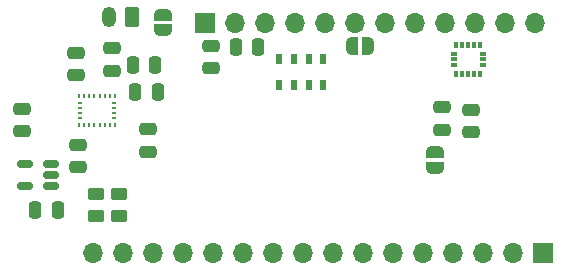
<source format=gbr>
%TF.GenerationSoftware,KiCad,Pcbnew,6.0.5*%
%TF.CreationDate,2022-05-19T12:05:38-04:00*%
%TF.ProjectId,Blackbox,426c6163-6b62-46f7-982e-6b696361645f,rev?*%
%TF.SameCoordinates,Original*%
%TF.FileFunction,Soldermask,Bot*%
%TF.FilePolarity,Negative*%
%FSLAX46Y46*%
G04 Gerber Fmt 4.6, Leading zero omitted, Abs format (unit mm)*
G04 Created by KiCad (PCBNEW 6.0.5) date 2022-05-19 12:05:38*
%MOMM*%
%LPD*%
G01*
G04 APERTURE LIST*
G04 Aperture macros list*
%AMRoundRect*
0 Rectangle with rounded corners*
0 $1 Rounding radius*
0 $2 $3 $4 $5 $6 $7 $8 $9 X,Y pos of 4 corners*
0 Add a 4 corners polygon primitive as box body*
4,1,4,$2,$3,$4,$5,$6,$7,$8,$9,$2,$3,0*
0 Add four circle primitives for the rounded corners*
1,1,$1+$1,$2,$3*
1,1,$1+$1,$4,$5*
1,1,$1+$1,$6,$7*
1,1,$1+$1,$8,$9*
0 Add four rect primitives between the rounded corners*
20,1,$1+$1,$2,$3,$4,$5,0*
20,1,$1+$1,$4,$5,$6,$7,0*
20,1,$1+$1,$6,$7,$8,$9,0*
20,1,$1+$1,$8,$9,$2,$3,0*%
%AMFreePoly0*
4,1,22,0.500000,-0.750000,0.000000,-0.750000,0.000000,-0.745033,-0.079941,-0.743568,-0.215256,-0.701293,-0.333266,-0.622738,-0.424486,-0.514219,-0.481581,-0.384460,-0.499164,-0.250000,-0.500000,-0.250000,-0.500000,0.250000,-0.499164,0.250000,-0.499963,0.256109,-0.478152,0.396186,-0.417904,0.524511,-0.324060,0.630769,-0.204165,0.706417,-0.067858,0.745374,0.000000,0.744959,0.000000,0.750000,
0.500000,0.750000,0.500000,-0.750000,0.500000,-0.750000,$1*%
%AMFreePoly1*
4,1,20,0.000000,0.744959,0.073905,0.744508,0.209726,0.703889,0.328688,0.626782,0.421226,0.519385,0.479903,0.390333,0.500000,0.250000,0.500000,-0.250000,0.499851,-0.262216,0.476331,-0.402017,0.414519,-0.529596,0.319384,-0.634700,0.198574,-0.708877,0.061801,-0.746166,0.000000,-0.745033,0.000000,-0.750000,-0.500000,-0.750000,-0.500000,0.750000,0.000000,0.750000,0.000000,0.744959,
0.000000,0.744959,$1*%
G04 Aperture macros list end*
%ADD10R,1.700000X1.700000*%
%ADD11O,1.700000X1.700000*%
%ADD12RoundRect,0.250000X0.350000X0.625000X-0.350000X0.625000X-0.350000X-0.625000X0.350000X-0.625000X0*%
%ADD13O,1.200000X1.750000*%
%ADD14RoundRect,0.250000X0.475000X-0.250000X0.475000X0.250000X-0.475000X0.250000X-0.475000X-0.250000X0*%
%ADD15RoundRect,0.250000X-0.475000X0.250000X-0.475000X-0.250000X0.475000X-0.250000X0.475000X0.250000X0*%
%ADD16RoundRect,0.250000X-0.250000X-0.475000X0.250000X-0.475000X0.250000X0.475000X-0.250000X0.475000X0*%
%ADD17RoundRect,0.250000X0.250000X0.475000X-0.250000X0.475000X-0.250000X-0.475000X0.250000X-0.475000X0*%
%ADD18RoundRect,0.250000X0.450000X-0.262500X0.450000X0.262500X-0.450000X0.262500X-0.450000X-0.262500X0*%
%ADD19FreePoly0,90.000000*%
%ADD20FreePoly1,90.000000*%
%ADD21FreePoly0,180.000000*%
%ADD22FreePoly1,180.000000*%
%ADD23RoundRect,0.087500X0.087500X-0.187500X0.087500X0.187500X-0.087500X0.187500X-0.087500X-0.187500X0*%
%ADD24RoundRect,0.087500X0.187500X-0.087500X0.187500X0.087500X-0.187500X0.087500X-0.187500X-0.087500X0*%
%ADD25RoundRect,0.150000X0.512500X0.150000X-0.512500X0.150000X-0.512500X-0.150000X0.512500X-0.150000X0*%
%ADD26R,0.550000X0.950000*%
%ADD27R,0.230000X0.350000*%
%ADD28R,0.350000X0.230000*%
G04 APERTURE END LIST*
D10*
%TO.C,J2*%
X157322600Y-97002600D03*
D11*
X159862600Y-97002600D03*
X162402600Y-97002600D03*
X164942600Y-97002600D03*
X167482600Y-97002600D03*
X170022600Y-97002600D03*
X172562600Y-97002600D03*
X175102600Y-97002600D03*
X177642600Y-97002600D03*
X180182600Y-97002600D03*
X182722600Y-97002600D03*
X185262600Y-97002600D03*
%TD*%
D12*
%TO.C,BT1*%
X151120000Y-96510000D03*
D13*
X149120000Y-96510000D03*
%TD*%
D10*
%TO.C,J1*%
X185925000Y-116425000D03*
D11*
X183385000Y-116425000D03*
X180845000Y-116425000D03*
X178305000Y-116425000D03*
X175765000Y-116425000D03*
X173225000Y-116425000D03*
X170685000Y-116425000D03*
X168145000Y-116425000D03*
X165605000Y-116425000D03*
X163065000Y-116425000D03*
X160525000Y-116425000D03*
X157985000Y-116425000D03*
X155445000Y-116425000D03*
X152905000Y-116425000D03*
X150365000Y-116425000D03*
X147825000Y-116425000D03*
%TD*%
D14*
%TO.C,C122*%
X157770000Y-100830000D03*
X157770000Y-98930000D03*
%TD*%
%TO.C,C124*%
X141800000Y-106175000D03*
X141800000Y-104275000D03*
%TD*%
%TO.C,C107*%
X146400000Y-101400000D03*
X146400000Y-99500000D03*
%TD*%
%TO.C,C106*%
X149400000Y-101025000D03*
X149400000Y-99125000D03*
%TD*%
D15*
%TO.C,C103*%
X179800000Y-104350000D03*
X179800000Y-106250000D03*
%TD*%
D16*
%TO.C,C105*%
X151196000Y-100584000D03*
X153096000Y-100584000D03*
%TD*%
D17*
%TO.C,C125*%
X144825000Y-112850000D03*
X142925000Y-112850000D03*
%TD*%
D18*
%TO.C,R101*%
X148100000Y-113312500D03*
X148100000Y-111487500D03*
%TD*%
D15*
%TO.C,C104*%
X152475000Y-106000000D03*
X152475000Y-107900000D03*
%TD*%
D19*
%TO.C,JP3*%
X153725000Y-97600000D03*
D20*
X153725000Y-96300000D03*
%TD*%
D21*
%TO.C,JP1*%
X171050000Y-98925000D03*
D22*
X169750000Y-98925000D03*
%TD*%
D19*
%TO.C,JP2*%
X176800000Y-109250000D03*
D20*
X176800000Y-107950000D03*
%TD*%
D23*
%TO.C,U1*%
X180578000Y-101301000D03*
X180078000Y-101301000D03*
X179578000Y-101301000D03*
X179078000Y-101301000D03*
X178578000Y-101301000D03*
D24*
X178353000Y-100576000D03*
X178353000Y-100076000D03*
X178353000Y-99576000D03*
D23*
X178578000Y-98851000D03*
X179078000Y-98851000D03*
X179578000Y-98851000D03*
X180078000Y-98851000D03*
X180578000Y-98851000D03*
D24*
X180803000Y-99576000D03*
X180803000Y-100076000D03*
X180803000Y-100576000D03*
%TD*%
D14*
%TO.C,C123*%
X146550000Y-109200000D03*
X146550000Y-107300000D03*
%TD*%
D16*
%TO.C,C101*%
X159898000Y-99060000D03*
X161798000Y-99060000D03*
%TD*%
D15*
%TO.C,C102*%
X177370000Y-104140000D03*
X177370000Y-106040000D03*
%TD*%
D25*
%TO.C,U5*%
X144287500Y-108900000D03*
X144287500Y-109850000D03*
X144287500Y-110800000D03*
X142012500Y-110800000D03*
X142012500Y-108900000D03*
%TD*%
D26*
%TO.C,U4*%
X163571000Y-100076500D03*
X164821000Y-100076500D03*
X166071000Y-100076500D03*
X167321000Y-100076500D03*
X167321000Y-102226500D03*
X166071000Y-102226500D03*
X164821000Y-102226500D03*
X163571000Y-102226500D03*
%TD*%
D27*
%TO.C,U2*%
X149647500Y-103182500D03*
D28*
X149617500Y-103762500D03*
X149617500Y-104192500D03*
X149617500Y-104622500D03*
X149617500Y-105052500D03*
D27*
X149647500Y-105632500D03*
X149217500Y-105632500D03*
X148787500Y-105632500D03*
X148357500Y-105632500D03*
X147927500Y-105632500D03*
X147497500Y-105632500D03*
X147067500Y-105632500D03*
X146637500Y-105632500D03*
D28*
X146667500Y-105052500D03*
X146667500Y-104622500D03*
X146667500Y-104192500D03*
X146667500Y-103762500D03*
D27*
X146637500Y-103182500D03*
X147067500Y-103182500D03*
X147497500Y-103182500D03*
X147927500Y-103182500D03*
X148357500Y-103182500D03*
X148787500Y-103182500D03*
X149217500Y-103182500D03*
%TD*%
D16*
%TO.C,C108*%
X151384000Y-102870000D03*
X153284000Y-102870000D03*
%TD*%
D18*
%TO.C,R102*%
X150000000Y-113312500D03*
X150000000Y-111487500D03*
%TD*%
M02*

</source>
